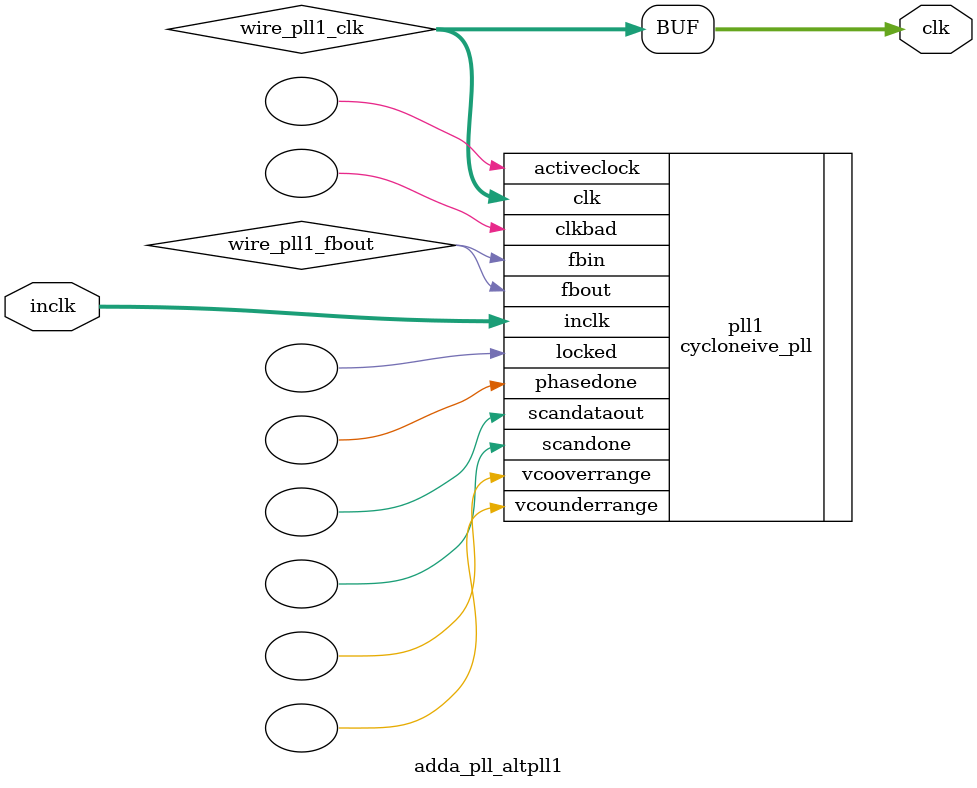
<source format=v>






//synthesis_resources = cycloneive_pll 1 
//synopsys translate_off
`timescale 1 ps / 1 ps
//synopsys translate_on
module  adda_pll_altpll1
	( 
	clk,
	inclk) /* synthesis synthesis_clearbox=1 */;
	output   [4:0]  clk;
	input   [1:0]  inclk;
`ifndef ALTERA_RESERVED_QIS
// synopsys translate_off
`endif
	tri0   [1:0]  inclk;
`ifndef ALTERA_RESERVED_QIS
// synopsys translate_on
`endif

	wire  [4:0]   wire_pll1_clk;
	wire  wire_pll1_fbout;

	cycloneive_pll   pll1
	( 
	.activeclock(),
	.clk(wire_pll1_clk),
	.clkbad(),
	.fbin(wire_pll1_fbout),
	.fbout(wire_pll1_fbout),
	.inclk(inclk),
	.locked(),
	.phasedone(),
	.scandataout(),
	.scandone(),
	.vcooverrange(),
	.vcounderrange()
	`ifndef FORMAL_VERIFICATION
	// synopsys translate_off
	`endif
	,
	.areset(1'b0),
	.clkswitch(1'b0),
	.configupdate(1'b0),
	.pfdena(1'b1),
	.phasecounterselect({3{1'b0}}),
	.phasestep(1'b0),
	.phaseupdown(1'b0),
	.scanclk(1'b0),
	.scanclkena(1'b1),
	.scandata(1'b0)
	`ifndef FORMAL_VERIFICATION
	// synopsys translate_on
	`endif
	);
	defparam
		pll1.bandwidth_type = "auto",
		pll1.clk0_divide_by = 2,
		pll1.clk0_duty_cycle = 50,
		pll1.clk0_multiply_by = 5,
		pll1.clk0_phase_shift = "0",
		pll1.clk1_divide_by = 39,
		pll1.clk1_duty_cycle = 50,
		pll1.clk1_multiply_by = 25,
		pll1.clk1_phase_shift = "0",
		pll1.compensate_clock = "clk0",
		pll1.inclk0_input_frequency = 20000,
		pll1.operation_mode = "normal",
		pll1.pll_type = "auto",
		pll1.lpm_type = "cycloneive_pll";
	assign
		clk = {wire_pll1_clk[4:0]};
endmodule //adda_pll_altpll1
//VALID FILE

</source>
